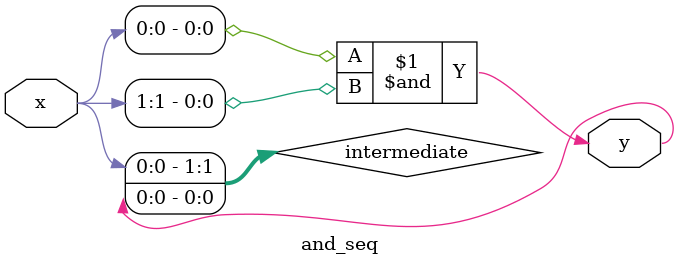
<source format=v>
module and_seq #(
    parameter N = 2
)
(
    input [0:N-1] x,
    output y
);

genvar i;
wire [0:N-1] intermediate;

generate
    // Base case: first intermediate result is just the first input
    assign intermediate[0] = x[0];
    
    // Iteratively AND each subsequent input with the accumulated result
    for (i = 1; i < N; i = i + 1) begin : and_chain
        assign intermediate[i] = intermediate[i-1] & x[i];
    end
endgenerate

// Final output is the last intermediate result
assign y = intermediate[N-1];

endmodule
</source>
